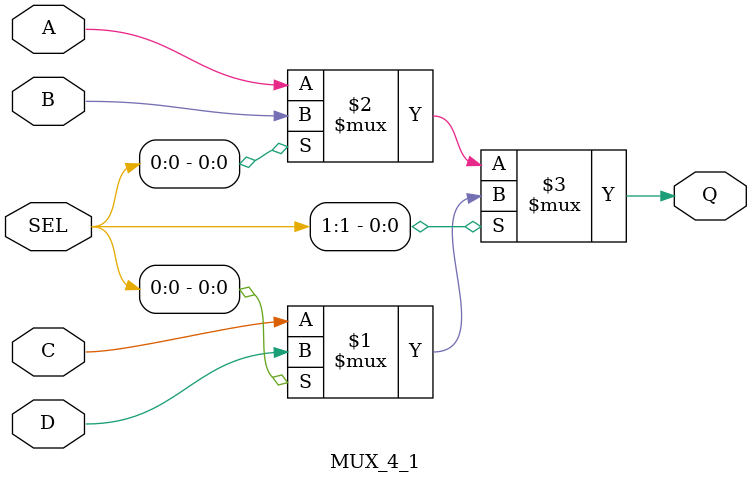
<source format=v>
`timescale 1ns / 1ps

module MUX_4_1 #(
  parameter BITS_NUM = 1
) (
  input [BITS_NUM-1:0] A,
  input [BITS_NUM-1:0] B,
  input [BITS_NUM-1:0] C,
  input [BITS_NUM-1:0] D,
  input [1:0] SEL,
  output [BITS_NUM-1:0] Q
);

  assign Q = SEL[1] ? (SEL[0] ? D : C) : (SEL[0] ? B : A); 

endmodule

</source>
